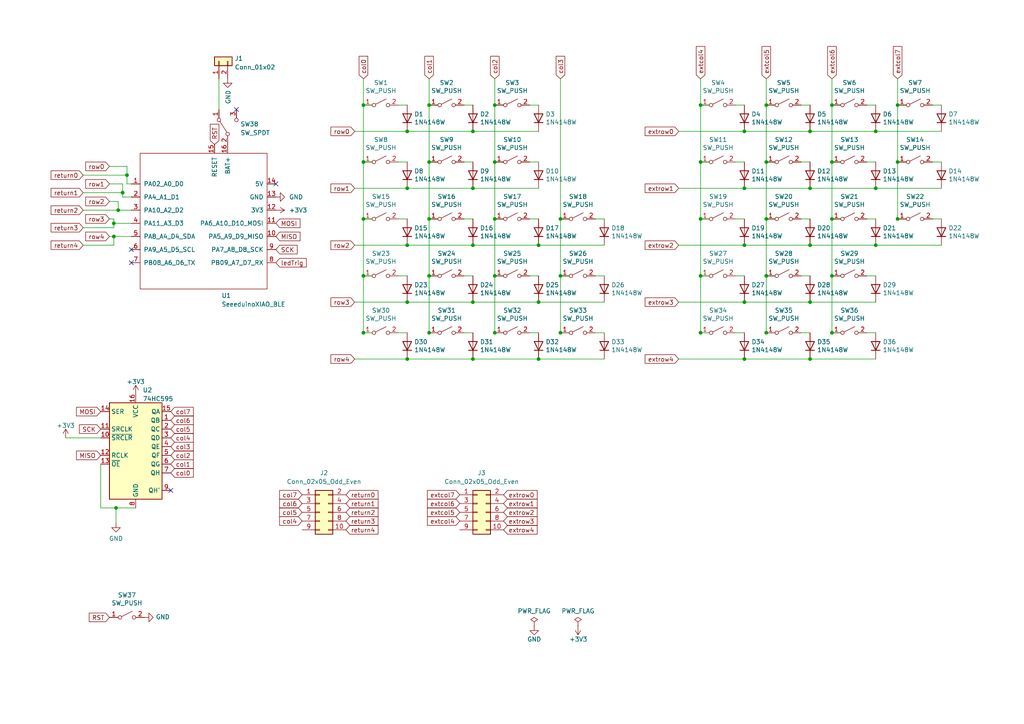
<source format=kicad_sch>
(kicad_sch (version 20231120) (generator "eeschema") (generator_version "8.0")
  (paper "A4")
  (lib_symbols
    (symbol "74xx:74HC595"
      (property "Reference" "U" (at -7.62 13.97 0))
      (property "Value" "74HC595" (at -7.62 -16.51 0))
      (symbol "74HC595_1_0"
        (pin tri_state line (at 10.16 7.62 180) (length 2.54) (name "QB") (number "1"))
        (pin input line (at -10.16 2.54 0) (length 2.54) (name "~{SRCLR}") (number "10"))
        (pin input line (at -10.16 5.08 0) (length 2.54) (name "SRCLK") (number "11"))
        (pin input line (at -10.16 -2.54 0) (length 2.54) (name "RCLK") (number "12"))
        (pin input line (at -10.16 -5.08 0) (length 2.54) (name "~{OE}") (number "13"))
        (pin input line (at -10.16 10.16 0) (length 2.54) (name "SER") (number "14"))
        (pin tri_state line (at 10.16 10.16 180) (length 2.54) (name "QA") (number "15"))
        (pin power_in line (at 0 15.24 270) (length 2.54) (name "VCC") (number "16"))
        (pin tri_state line (at 10.16 5.08 180) (length 2.54) (name "QC") (number "2"))
        (pin tri_state line (at 10.16 2.54 180) (length 2.54) (name "QD") (number "3"))
        (pin tri_state line (at 10.16 0 180) (length 2.54) (name "QE") (number "4"))
        (pin tri_state line (at 10.16 -2.54 180) (length 2.54) (name "QF") (number "5"))
        (pin tri_state line (at 10.16 -5.08 180) (length 2.54) (name "QG") (number "6"))
        (pin tri_state line (at 10.16 -7.62 180) (length 2.54) (name "QH") (number "7"))
        (pin power_in line (at 0 -17.78 90) (length 2.54) (name "GND") (number "8"))
        (pin output line (at 10.16 -12.7 180) (length 2.54) (name "QH'") (number "9"))
      )
    )
    (symbol "Connector_Generic:Conn_01x02" (pin_names (offset 1.016) hide)
      (property "Reference" "J" (at 0 2.54 0))
      (property "Value" "Conn_01x02" (at 0 -5.08 0))
      (symbol "Conn_01x02_1_1"
        (pin passive line (at -5.08 0 0) (length 3.81) (name "Pin_1") (number "1"))
        (pin passive line (at -5.08 -2.54 0) (length 3.81) (name "Pin_2") (number "2"))
      )
    )
    (symbol "Connector_Generic:Conn_02x05_Odd_Even" (pin_names (offset 1.016) hide)
      (property "Reference" "J" (at 1.27 7.62 0))
      (property "Value" "Conn_02x05_Odd_Even" (at 1.27 -7.62 0))
      (symbol "Conn_02x05_Odd_Even_1_1"
        (pin passive line (at -5.08 5.08 0) (length 3.81) (name "Pin_1") (number "1"))
        (pin passive line (at 7.62 -5.08 180) (length 3.81) (name "Pin_10") (number "10"))
        (pin passive line (at 7.62 5.08 180) (length 3.81) (name "Pin_2") (number "2"))
        (pin passive line (at -5.08 2.54 0) (length 3.81) (name "Pin_3") (number "3"))
        (pin passive line (at 7.62 2.54 180) (length 3.81) (name "Pin_4") (number "4"))
        (pin passive line (at -5.08 0 0) (length 3.81) (name "Pin_5") (number "5"))
        (pin passive line (at 7.62 0 180) (length 3.81) (name "Pin_6") (number "6"))
        (pin passive line (at -5.08 -2.54 0) (length 3.81) (name "Pin_7") (number "7"))
        (pin passive line (at 7.62 -2.54 180) (length 3.81) (name "Pin_8") (number "8"))
        (pin passive line (at -5.08 -5.08 0) (length 3.81) (name "Pin_9") (number "9"))
      )
    )
    (symbol "Diode:1N4148W" (pin_numbers hide) (pin_names hide)
      (property "Reference" "D" (at 0 2.54 0))
      (property "Value" "1N4148W" (at 0 -2.54 0))
      (symbol "1N4148W_1_1"
        (pin passive line (at -3.81 0 0) (length 2.54) (name "K") (number "1"))
        (pin passive line (at 3.81 0 180) (length 2.54) (name "A") (number "2"))
      )
    )
    (symbol "Seeeduino XIAO:SeeeduinoXIAO_BLE" (pin_names (offset 1.016))
      (property "Reference" "U1" (at -0.635 -23.8506 0))
      (property "Value" "SeeeduinoXIAO_BLE" (at -0.635 -26.162 0))
      (symbol "SeeeduinoXIAO_BLE_1_1"
        (pin bidirectional line (at -21.59 11.43 0) (length 2.54) (name "PA02_A0_D0") (number "1"))
        (pin bidirectional line (at 20.32 -3.81 180) (length 2.54) (name "PA5_A9_D9_MISO") (number "10"))
        (pin bidirectional line (at 20.32 0 180) (length 2.54) (name "PA6_A10_D10_MOSI") (number "11"))
        (pin power_out line (at 20.32 3.81 180) (length 2.54) (name "3V3") (number "12"))
        (pin power_out line (at 20.32 7.62 180) (length 2.54) (name "GND") (number "13"))
        (pin power_out line (at 20.32 11.43 180) (length 2.54) (name "5V") (number "14"))
        (pin input line (at 2.54 22.86 270) (length 2.54) (name "RESET") (number "15"))
        (pin power_in line (at 6.35 22.86 270) (length 2.54) (name "BAT+") (number "16"))
        (pin bidirectional line (at -21.59 7.62 0) (length 2.54) (name "PA4_A1_D1") (number "2"))
        (pin bidirectional line (at -21.59 3.81 0) (length 2.54) (name "PA10_A2_D2") (number "3"))
        (pin unspecified line (at -21.59 0 0) (length 2.54) (name "PA11_A3_D3") (number "4"))
        (pin bidirectional line (at -21.59 -3.81 0) (length 2.54) (name "PA8_A4_D4_SDA") (number "5"))
        (pin bidirectional line (at -21.59 -7.62 0) (length 2.54) (name "PA9_A5_D5_SCL") (number "6"))
        (pin bidirectional line (at -21.59 -11.43 0) (length 2.54) (name "PB08_A6_D6_TX") (number "7"))
        (pin bidirectional line (at 20.32 -11.43 180) (length 2.54) (name "PB09_A7_D7_RX") (number "8"))
        (pin bidirectional line (at 20.32 -7.62 180) (length 2.54) (name "PA7_A8_D8_SCK") (number "9"))
      )
    )
    (symbol "Switch:SW_SPDT" (pin_names (offset 0) hide)
      (property "Reference" "SW" (at 0 4.318 0))
      (property "Value" "SW_SPDT" (at 0 -5.08 0))
      (symbol "SW_SPDT_1_1"
        (pin passive line (at 5.08 2.54 180) (length 2.54) (name "A") (number "1"))
        (pin passive line (at -5.08 0 0) (length 2.54) (name "B") (number "2"))
        (pin passive line (at 5.08 -2.54 180) (length 2.54) (name "C") (number "3"))
      )
    )
    (symbol "Switch:SW_SPST" (pin_names (offset 0) hide)
      (property "Reference" "SW" (at 0 3.175 0))
      (property "Value" "SW_SPST" (at 0 -2.54 0))
      (symbol "SW_SPST_1_1"
        (pin passive line (at -5.08 0 0) (length 2.54) (name "A") (number "1"))
        (pin passive line (at 5.08 0 180) (length 2.54) (name "B") (number "2"))
      )
    )
    (symbol "power:+3V3" (power) (pin_names (offset 0))
      (property "Value" "+3V3" (at 0 3.556 0))
      (symbol "+3V3_1_1"
        (pin power_in line (at 0 0 90) (length 0) hide (name "+3V3") (number "1"))
      )
    )
    (symbol "power:GND" (power) (pin_names (offset 0))
      (property "Value" "GND" (at 0 -3.81 0))
      (symbol "GND_1_1"
        (pin power_in line (at 0 0 270) (length 0) hide (name "GND") (number "1"))
      )
    )
    (symbol "power:PWR_FLAG" (power) (pin_numbers hide) (pin_names (offset 0) hide)
      (property "Value" "PWR_FLAG" (at 0 3.81 0))
      (symbol "PWR_FLAG_0_0"
        (pin power_out line (at 0 0 90) (length 0) (name "pwr") (number "1"))
      )
    )
  )
  (junction (at 241.3 80.01))
  (junction (at 222.25 80.01))
  (junction (at 234.95 104.14))
  (junction (at 156.21 104.14))
  (junction (at 137.16 71.12))
  (junction (at 162.56 80.01))
  (junction (at 33.02 68.58))
  (junction (at 203.2 46.99))
  (junction (at 215.9 87.63))
  (junction (at 254 38.1))
  (junction (at 143.51 96.52))
  (junction (at 137.16 87.63))
  (junction (at 260.35 63.5))
  (junction (at 222.25 63.5))
  (junction (at 203.2 96.52))
  (junction (at 105.41 96.52))
  (junction (at 143.51 80.01))
  (junction (at 222.25 30.48))
  (junction (at 241.3 96.52))
  (junction (at 222.25 96.52))
  (junction (at 203.2 30.48))
  (junction (at 260.35 30.48))
  (junction (at 234.95 87.63))
  (junction (at 105.41 46.99))
  (junction (at 162.56 96.52))
  (junction (at 33.655 147.32))
  (junction (at 137.16 38.1))
  (junction (at 118.11 87.63))
  (junction (at 234.95 71.12))
  (junction (at 241.3 30.48))
  (junction (at 260.35 46.99))
  (junction (at 124.46 30.48))
  (junction (at 118.11 38.1))
  (junction (at 254 54.61))
  (junction (at 124.46 96.52))
  (junction (at 156.21 71.12))
  (junction (at 34.29 60.96))
  (junction (at 105.41 63.5))
  (junction (at 156.21 87.63))
  (junction (at 105.41 30.48))
  (junction (at 124.46 80.01))
  (junction (at 241.3 46.99))
  (junction (at 241.3 63.5))
  (junction (at 118.11 104.14))
  (junction (at 215.9 71.12))
  (junction (at 203.2 80.01))
  (junction (at 137.16 54.61))
  (junction (at 215.9 104.14))
  (junction (at 33.02 64.77))
  (junction (at 203.2 63.5))
  (junction (at 137.16 104.14))
  (junction (at 118.11 71.12))
  (junction (at 35.56 55.88))
  (junction (at 143.51 30.48))
  (junction (at 118.11 54.61))
  (junction (at 162.56 63.5))
  (junction (at 143.51 46.99))
  (junction (at 222.25 46.99))
  (junction (at 124.46 46.99))
  (junction (at 215.9 38.1))
  (junction (at 234.95 38.1))
  (junction (at 254 71.12))
  (junction (at 105.41 80.01))
  (junction (at 124.46 63.5))
  (junction (at 215.9 54.61))
  (junction (at 234.95 54.61))
  (junction (at 143.51 63.5))
  (junction (at 36.83 50.8))
  (no_connect (at 68.58 31.75))
  (no_connect (at 38.1 72.39))
  (no_connect (at 80.01 53.34))
  (no_connect (at 38.1 76.2))
  (no_connect (at 49.53 142.24))
  (wire (pts (xy 196.85 71.12) (xy 215.9 71.12)))
  (wire (pts (xy 105.41 80.01) (xy 105.41 96.52)))
  (wire (pts (xy 137.16 71.12) (xy 156.21 71.12)))
  (wire (pts (xy 31.75 68.58) (xy 33.02 68.58)))
  (wire (pts (xy 254 38.1) (xy 273.05 38.1)))
  (wire (pts (xy 251.46 30.48) (xy 254 30.48)))
  (wire (pts (xy 241.3 80.01) (xy 241.3 96.52)))
  (wire (pts (xy 234.95 38.1) (xy 254 38.1)))
  (wire (pts (xy 31.75 63.5) (xy 33.02 63.5)))
  (wire (pts (xy 196.85 87.63) (xy 215.9 87.63)))
  (wire (pts (xy 203.2 80.01) (xy 203.2 96.52)))
  (wire (pts (xy 232.41 96.52) (xy 234.95 96.52)))
  (wire (pts (xy 205.74 30.48) (xy 203.2 30.48)))
  (wire (pts (xy 203.2 46.99) (xy 203.2 63.5)))
  (wire (pts (xy 105.41 22.86) (xy 105.41 30.48)))
  (wire (pts (xy 162.56 80.01) (xy 162.56 96.52)))
  (wire (pts (xy 153.67 63.5) (xy 156.21 63.5)))
  (wire (pts (xy 172.72 63.5) (xy 175.26 63.5)))
  (wire (pts (xy 33.655 147.32) (xy 33.655 151.765)))
  (wire (pts (xy 107.95 80.01) (xy 105.41 80.01)))
  (wire (pts (xy 224.79 30.48) (xy 222.25 30.48)))
  (wire (pts (xy 63.5 22.86) (xy 63.5 31.75)))
  (wire (pts (xy 213.36 63.5) (xy 215.9 63.5)))
  (wire (pts (xy 251.46 63.5) (xy 254 63.5)))
  (wire (pts (xy 124.46 46.99) (xy 124.46 63.5)))
  (wire (pts (xy 118.11 54.61) (xy 137.16 54.61)))
  (wire (pts (xy 127 80.01) (xy 124.46 80.01)))
  (wire (pts (xy 24.13 50.8) (xy 36.83 50.8)))
  (wire (pts (xy 196.85 54.61) (xy 215.9 54.61)))
  (wire (pts (xy 29.21 127) (xy 19.05 127)))
  (wire (pts (xy 172.72 80.01) (xy 175.26 80.01)))
  (wire (pts (xy 213.36 96.52) (xy 215.9 96.52)))
  (wire (pts (xy 143.51 63.5) (xy 143.51 80.01)))
  (wire (pts (xy 115.57 30.48) (xy 118.11 30.48)))
  (wire (pts (xy 222.25 63.5) (xy 222.25 80.01)))
  (wire (pts (xy 24.13 55.88) (xy 35.56 55.88)))
  (wire (pts (xy 165.1 63.5) (xy 162.56 63.5)))
  (wire (pts (xy 124.46 22.86) (xy 124.46 30.48)))
  (wire (pts (xy 24.13 71.12) (xy 33.02 71.12)))
  (wire (pts (xy 146.05 30.48) (xy 143.51 30.48)))
  (wire (pts (xy 213.36 46.99) (xy 215.9 46.99)))
  (wire (pts (xy 162.56 22.86) (xy 162.56 63.5)))
  (wire (pts (xy 134.62 46.99) (xy 137.16 46.99)))
  (wire (pts (xy 33.02 68.58) (xy 38.1 68.58)))
  (wire (pts (xy 224.79 96.52) (xy 222.25 96.52)))
  (wire (pts (xy 153.67 30.48) (xy 156.21 30.48)))
  (wire (pts (xy 33.02 64.77) (xy 38.1 64.77)))
  (wire (pts (xy 33.02 63.5) (xy 33.02 64.77)))
  (wire (pts (xy 39.37 147.32) (xy 33.655 147.32)))
  (wire (pts (xy 153.67 46.99) (xy 156.21 46.99)))
  (wire (pts (xy 156.21 104.14) (xy 175.26 104.14)))
  (wire (pts (xy 215.9 38.1) (xy 234.95 38.1)))
  (wire (pts (xy 36.83 48.26) (xy 36.83 50.8)))
  (wire (pts (xy 203.2 30.48) (xy 203.2 46.99)))
  (wire (pts (xy 127 63.5) (xy 124.46 63.5)))
  (wire (pts (xy 127 30.48) (xy 124.46 30.48)))
  (wire (pts (xy 34.29 60.96) (xy 38.1 60.96)))
  (wire (pts (xy 222.25 30.48) (xy 222.25 46.99)))
  (wire (pts (xy 224.79 46.99) (xy 222.25 46.99)))
  (wire (pts (xy 124.46 30.48) (xy 124.46 46.99)))
  (wire (pts (xy 222.25 80.01) (xy 222.25 96.52)))
  (wire (pts (xy 107.95 30.48) (xy 105.41 30.48)))
  (wire (pts (xy 162.56 63.5) (xy 162.56 80.01)))
  (wire (pts (xy 215.9 104.14) (xy 234.95 104.14)))
  (wire (pts (xy 146.05 63.5) (xy 143.51 63.5)))
  (wire (pts (xy 153.67 96.52) (xy 156.21 96.52)))
  (wire (pts (xy 205.74 46.99) (xy 203.2 46.99)))
  (wire (pts (xy 232.41 46.99) (xy 234.95 46.99)))
  (wire (pts (xy 222.25 22.86) (xy 222.25 30.48)))
  (wire (pts (xy 205.74 96.52) (xy 203.2 96.52)))
  (wire (pts (xy 254 71.12) (xy 273.05 71.12)))
  (wire (pts (xy 165.1 80.01) (xy 162.56 80.01)))
  (wire (pts (xy 107.95 46.99) (xy 105.41 46.99)))
  (wire (pts (xy 143.51 80.01) (xy 143.51 96.52)))
  (wire (pts (xy 35.56 57.15) (xy 38.1 57.15)))
  (wire (pts (xy 105.41 46.99) (xy 105.41 63.5)))
  (wire (pts (xy 36.83 53.34) (xy 38.1 53.34)))
  (wire (pts (xy 203.2 22.86) (xy 203.2 30.48)))
  (wire (pts (xy 127 96.52) (xy 124.46 96.52)))
  (wire (pts (xy 115.57 46.99) (xy 118.11 46.99)))
  (wire (pts (xy 31.75 53.34) (xy 35.56 53.34)))
  (wire (pts (xy 102.87 104.14) (xy 118.11 104.14)))
  (wire (pts (xy 196.85 38.1) (xy 215.9 38.1)))
  (wire (pts (xy 143.51 30.48) (xy 143.51 46.99)))
  (wire (pts (xy 203.2 63.5) (xy 203.2 80.01)))
  (wire (pts (xy 134.62 96.52) (xy 137.16 96.52)))
  (wire (pts (xy 102.87 87.63) (xy 118.11 87.63)))
  (wire (pts (xy 146.05 96.52) (xy 143.51 96.52)))
  (wire (pts (xy 205.74 80.01) (xy 203.2 80.01)))
  (wire (pts (xy 175.26 96.52) (xy 172.72 96.52)))
  (wire (pts (xy 134.62 30.48) (xy 137.16 30.48)))
  (wire (pts (xy 243.84 46.99) (xy 241.3 46.99)))
  (wire (pts (xy 105.41 30.48) (xy 105.41 46.99)))
  (wire (pts (xy 262.89 46.99) (xy 260.35 46.99)))
  (wire (pts (xy 118.11 104.14) (xy 137.16 104.14)))
  (wire (pts (xy 232.41 63.5) (xy 234.95 63.5)))
  (wire (pts (xy 118.11 38.1) (xy 137.16 38.1)))
  (wire (pts (xy 156.21 71.12) (xy 175.26 71.12)))
  (wire (pts (xy 260.35 22.86) (xy 260.35 30.48)))
  (wire (pts (xy 134.62 80.01) (xy 137.16 80.01)))
  (wire (pts (xy 251.46 80.01) (xy 254 80.01)))
  (wire (pts (xy 146.05 46.99) (xy 143.51 46.99)))
  (wire (pts (xy 243.84 63.5) (xy 241.3 63.5)))
  (wire (pts (xy 224.79 63.5) (xy 222.25 63.5)))
  (wire (pts (xy 260.35 30.48) (xy 260.35 46.99)))
  (wire (pts (xy 24.13 66.04) (xy 33.02 66.04)))
  (wire (pts (xy 31.75 58.42) (xy 34.29 58.42)))
  (wire (pts (xy 29.21 147.32) (xy 33.655 147.32)))
  (wire (pts (xy 29.21 134.62) (xy 29.21 147.32)))
  (wire (pts (xy 102.87 71.12) (xy 118.11 71.12)))
  (wire (pts (xy 243.84 80.01) (xy 241.3 80.01)))
  (wire (pts (xy 270.51 46.99) (xy 273.05 46.99)))
  (wire (pts (xy 102.87 54.61) (xy 118.11 54.61)))
  (wire (pts (xy 196.85 104.14) (xy 215.9 104.14)))
  (wire (pts (xy 134.62 63.5) (xy 137.16 63.5)))
  (wire (pts (xy 33.02 71.12) (xy 33.02 68.58)))
  (wire (pts (xy 107.95 96.52) (xy 105.41 96.52)))
  (wire (pts (xy 215.9 54.61) (xy 234.95 54.61)))
  (wire (pts (xy 243.84 96.52) (xy 241.3 96.52)))
  (wire (pts (xy 35.56 53.34) (xy 35.56 55.88)))
  (wire (pts (xy 232.41 30.48) (xy 234.95 30.48)))
  (wire (pts (xy 124.46 63.5) (xy 124.46 80.01)))
  (wire (pts (xy 241.3 30.48) (xy 241.3 46.99)))
  (wire (pts (xy 254 96.52) (xy 251.46 96.52)))
  (wire (pts (xy 118.11 87.63) (xy 137.16 87.63)))
  (wire (pts (xy 146.05 80.01) (xy 143.51 80.01)))
  (wire (pts (xy 234.95 54.61) (xy 254 54.61)))
  (wire (pts (xy 127 46.99) (xy 124.46 46.99)))
  (wire (pts (xy 143.51 22.86) (xy 143.51 30.48)))
  (wire (pts (xy 270.51 30.48) (xy 273.05 30.48)))
  (wire (pts (xy 36.83 50.8) (xy 36.83 53.34)))
  (wire (pts (xy 33.02 66.04) (xy 33.02 64.77)))
  (wire (pts (xy 234.95 71.12) (xy 254 71.12)))
  (wire (pts (xy 102.87 38.1) (xy 118.11 38.1)))
  (wire (pts (xy 241.3 22.86) (xy 241.3 30.48)))
  (wire (pts (xy 215.9 71.12) (xy 234.95 71.12)))
  (wire (pts (xy 215.9 87.63) (xy 234.95 87.63)))
  (wire (pts (xy 35.56 55.88) (xy 35.56 57.15)))
  (wire (pts (xy 251.46 46.99) (xy 254 46.99)))
  (wire (pts (xy 234.95 87.63) (xy 254 87.63)))
  (wire (pts (xy 137.16 87.63) (xy 156.21 87.63)))
  (wire (pts (xy 241.3 63.5) (xy 241.3 80.01)))
  (wire (pts (xy 105.41 63.5) (xy 105.41 80.01)))
  (wire (pts (xy 156.21 87.63) (xy 175.26 87.63)))
  (wire (pts (xy 24.13 60.96) (xy 34.29 60.96)))
  (wire (pts (xy 205.74 63.5) (xy 203.2 63.5)))
  (wire (pts (xy 213.36 80.01) (xy 215.9 80.01)))
  (wire (pts (xy 153.67 80.01) (xy 156.21 80.01)))
  (wire (pts (xy 118.11 71.12) (xy 137.16 71.12)))
  (wire (pts (xy 137.16 38.1) (xy 156.21 38.1)))
  (wire (pts (xy 224.79 80.01) (xy 222.25 80.01)))
  (wire (pts (xy 107.95 63.5) (xy 105.41 63.5)))
  (wire (pts (xy 232.41 80.01) (xy 234.95 80.01)))
  (wire (pts (xy 262.89 30.48) (xy 260.35 30.48)))
  (wire (pts (xy 260.35 46.99) (xy 260.35 63.5)))
  (wire (pts (xy 213.36 30.48) (xy 215.9 30.48)))
  (wire (pts (xy 118.11 96.52) (xy 115.57 96.52)))
  (wire (pts (xy 234.95 104.14) (xy 254 104.14)))
  (wire (pts (xy 143.51 46.99) (xy 143.51 63.5)))
  (wire (pts (xy 243.84 30.48) (xy 241.3 30.48)))
  (wire (pts (xy 270.51 63.5) (xy 273.05 63.5)))
  (wire (pts (xy 34.29 58.42) (xy 34.29 60.96)))
  (wire (pts (xy 241.3 46.99) (xy 241.3 63.5)))
  (wire (pts (xy 31.75 48.26) (xy 36.83 48.26)))
  (wire (pts (xy 262.89 63.5) (xy 260.35 63.5)))
  (wire (pts (xy 254 54.61) (xy 273.05 54.61)))
  (wire (pts (xy 137.16 54.61) (xy 156.21 54.61)))
  (wire (pts (xy 115.57 80.01) (xy 118.11 80.01)))
  (wire (pts (xy 124.46 80.01) (xy 124.46 96.52)))
  (wire (pts (xy 118.11 63.5) (xy 115.57 63.5)))
  (wire (pts (xy 165.1 96.52) (xy 162.56 96.52)))
  (wire (pts (xy 137.16 104.14) (xy 156.21 104.14)))
  (wire (pts (xy 222.25 46.99) (xy 222.25 63.5)))
  (global_label "row4" (shape input) (at 102.87 104.14 180) (property "Intersheetrefs" "${INTERSHEET_REFS}" (effects (hide yes))))
  (global_label "MOSI" (shape input) (at 29.21 119.38 180) (property "Intersheetrefs" "${INTERSHEET_REFS}" (effects (hide yes))))
  (global_label "col2" (shape input) (at 143.51 22.86 90) (property "Intersheetrefs" "${INTERSHEET_REFS}" (effects (hide yes))))
  (global_label "col6" (shape input) (at 87.63 146.05 180) (property "Intersheetrefs" "${INTERSHEET_REFS}" (effects (hide yes))))
  (global_label "ledTrig" (shape input) (at 80.01 76.2 0) (property "Intersheetrefs" "${INTERSHEET_REFS}" (effects (hide yes))))
  (global_label "row2" (shape input) (at 102.87 71.12 180) (property "Intersheetrefs" "${INTERSHEET_REFS}" (effects (hide yes))))
  (global_label "return0" (shape input) (at 100.33 143.51 0) (property "Intersheetrefs" "${INTERSHEET_REFS}" (effects (hide yes))))
  (global_label "extrow0" (shape input) (at 146.05 143.51 0) (property "Intersheetrefs" "${INTERSHEET_REFS}" (effects (hide yes))))
  (global_label "extcol5" (shape input) (at 133.35 148.59 180) (property "Intersheetrefs" "${INTERSHEET_REFS}" (effects (hide yes))))
  (global_label "extrow1" (shape input) (at 146.05 146.05 0) (property "Intersheetrefs" "${INTERSHEET_REFS}" (effects (hide yes))))
  (global_label "extcol5" (shape input) (at 222.25 22.86 90) (property "Intersheetrefs" "${INTERSHEET_REFS}" (effects (hide yes))))
  (global_label "extrow4" (shape input) (at 146.05 153.67 0) (property "Intersheetrefs" "${INTERSHEET_REFS}" (effects (hide yes))))
  (global_label "return4" (shape input) (at 24.13 71.12 180) (property "Intersheetrefs" "${INTERSHEET_REFS}" (effects (hide yes))))
  (global_label "extcol7" (shape input) (at 133.35 143.51 180) (property "Intersheetrefs" "${INTERSHEET_REFS}" (effects (hide yes))))
  (global_label "col3" (shape input) (at 162.56 22.86 90) (property "Intersheetrefs" "${INTERSHEET_REFS}" (effects (hide yes))))
  (global_label "row4" (shape input) (at 31.75 68.58 180) (property "Intersheetrefs" "${INTERSHEET_REFS}" (effects (hide yes))))
  (global_label "SCK" (shape input) (at 29.21 124.46 180) (property "Intersheetrefs" "${INTERSHEET_REFS}" (effects (hide yes))))
  (global_label "extrow2" (shape input) (at 196.85 71.12 180) (property "Intersheetrefs" "${INTERSHEET_REFS}" (effects (hide yes))))
  (global_label "SCK" (shape input) (at 80.01 72.39 0) (property "Intersheetrefs" "${INTERSHEET_REFS}" (effects (hide yes))))
  (global_label "col1" (shape input) (at 49.53 134.62 0) (property "Intersheetrefs" "${INTERSHEET_REFS}" (effects (hide yes))))
  (global_label "col7" (shape input) (at 87.63 143.51 180) (property "Intersheetrefs" "${INTERSHEET_REFS}" (effects (hide yes))))
  (global_label "col3" (shape input) (at 49.53 129.54 0) (property "Intersheetrefs" "${INTERSHEET_REFS}" (effects (hide yes))))
  (global_label "row1" (shape input) (at 102.87 54.61 180) (property "Intersheetrefs" "${INTERSHEET_REFS}" (effects (hide yes))))
  (global_label "col7" (shape input) (at 49.53 119.38 0) (property "Intersheetrefs" "${INTERSHEET_REFS}" (effects (hide yes))))
  (global_label "return2" (shape input) (at 24.13 60.96 180) (property "Intersheetrefs" "${INTERSHEET_REFS}" (effects (hide yes))))
  (global_label "col5" (shape input) (at 49.53 124.46 0) (property "Intersheetrefs" "${INTERSHEET_REFS}" (effects (hide yes))))
  (global_label "row2" (shape input) (at 31.75 58.42 180) (property "Intersheetrefs" "${INTERSHEET_REFS}" (effects (hide yes))))
  (global_label "extcol6" (shape input) (at 133.35 146.05 180) (property "Intersheetrefs" "${INTERSHEET_REFS}" (effects (hide yes))))
  (global_label "return1" (shape input) (at 100.33 146.05 0) (property "Intersheetrefs" "${INTERSHEET_REFS}" (effects (hide yes))))
  (global_label "extcol6" (shape input) (at 241.3 22.86 90) (property "Intersheetrefs" "${INTERSHEET_REFS}" (effects (hide yes))))
  (global_label "col6" (shape input) (at 49.53 121.92 0) (property "Intersheetrefs" "${INTERSHEET_REFS}" (effects (hide yes))))
  (global_label "extcol4" (shape input) (at 203.2 22.86 90) (property "Intersheetrefs" "${INTERSHEET_REFS}" (effects (hide yes))))
  (global_label "row3" (shape input) (at 102.87 87.63 180) (property "Intersheetrefs" "${INTERSHEET_REFS}" (effects (hide yes))))
  (global_label "col4" (shape input) (at 87.63 151.13 180) (property "Intersheetrefs" "${INTERSHEET_REFS}" (effects (hide yes))))
  (global_label "col2" (shape input) (at 49.53 132.08 0) (property "Intersheetrefs" "${INTERSHEET_REFS}" (effects (hide yes))))
  (global_label "MISO" (shape input) (at 29.21 132.08 180) (property "Intersheetrefs" "${INTERSHEET_REFS}" (effects (hide yes))))
  (global_label "extrow1" (shape input) (at 196.85 54.61 180) (property "Intersheetrefs" "${INTERSHEET_REFS}" (effects (hide yes))))
  (global_label "RST" (shape input) (at 62.23 41.91 90) (property "Intersheetrefs" "${INTERSHEET_REFS}" (effects (hide yes))))
  (global_label "return3" (shape input) (at 100.33 151.13 0) (property "Intersheetrefs" "${INTERSHEET_REFS}" (effects (hide yes))))
  (global_label "col4" (shape input) (at 49.53 127 0) (property "Intersheetrefs" "${INTERSHEET_REFS}" (effects (hide yes))))
  (global_label "extrow2" (shape input) (at 146.05 148.59 0) (property "Intersheetrefs" "${INTERSHEET_REFS}" (effects (hide yes))))
  (global_label "extrow3" (shape input) (at 146.05 151.13 0) (property "Intersheetrefs" "${INTERSHEET_REFS}" (effects (hide yes))))
  (global_label "col1" (shape input) (at 124.46 22.86 90) (property "Intersheetrefs" "${INTERSHEET_REFS}" (effects (hide yes))))
  (global_label "return0" (shape input) (at 24.13 50.8 180) (property "Intersheetrefs" "${INTERSHEET_REFS}" (effects (hide yes))))
  (global_label "MISO" (shape input) (at 80.01 68.58 0) (property "Intersheetrefs" "${INTERSHEET_REFS}" (effects (hide yes))))
  (global_label "return3" (shape input) (at 24.13 66.04 180) (property "Intersheetrefs" "${INTERSHEET_REFS}" (effects (hide yes))))
  (global_label "row0" (shape input) (at 31.75 48.26 180) (property "Intersheetrefs" "${INTERSHEET_REFS}" (effects (hide yes))))
  (global_label "row0" (shape input) (at 102.87 38.1 180) (property "Intersheetrefs" "${INTERSHEET_REFS}" (effects (hide yes))))
  (global_label "row1" (shape input) (at 31.75 53.34 180) (property "Intersheetrefs" "${INTERSHEET_REFS}" (effects (hide yes))))
  (global_label "return4" (shape input) (at 100.33 153.67 0) (property "Intersheetrefs" "${INTERSHEET_REFS}" (effects (hide yes))))
  (global_label "extrow0" (shape input) (at 196.85 38.1 180) (property "Intersheetrefs" "${INTERSHEET_REFS}" (effects (hide yes))))
  (global_label "RST" (shape input) (at 31.75 179.07 180) (property "Intersheetrefs" "${INTERSHEET_REFS}" (effects (hide yes))))
  (global_label "row3" (shape input) (at 31.75 63.5 180) (property "Intersheetrefs" "${INTERSHEET_REFS}" (effects (hide yes))))
  (global_label "col0" (shape input) (at 105.41 22.86 90) (property "Intersheetrefs" "${INTERSHEET_REFS}" (effects (hide yes))))
  (global_label "extcol7" (shape input) (at 260.35 22.86 90) (property "Intersheetrefs" "${INTERSHEET_REFS}" (effects (hide yes))))
  (global_label "extrow4" (shape input) (at 196.85 104.14 180) (property "Intersheetrefs" "${INTERSHEET_REFS}" (effects (hide yes))))
  (global_label "extcol4" (shape input) (at 133.35 151.13 180) (property "Intersheetrefs" "${INTERSHEET_REFS}" (effects (hide yes))))
  (global_label "return2" (shape input) (at 100.33 148.59 0) (property "Intersheetrefs" "${INTERSHEET_REFS}" (effects (hide yes))))
  (global_label "MOSI" (shape input) (at 80.01 64.77 0) (property "Intersheetrefs" "${INTERSHEET_REFS}" (effects (hide yes))))
  (global_label "col0" (shape input) (at 49.53 137.16 0) (property "Intersheetrefs" "${INTERSHEET_REFS}" (effects (hide yes))))
  (global_label "return1" (shape input) (at 24.13 55.88 180) (property "Intersheetrefs" "${INTERSHEET_REFS}" (effects (hide yes))))
  (global_label "col5" (shape input) (at 87.63 148.59 180) (property "Intersheetrefs" "${INTERSHEET_REFS}" (effects (hide yes))))
  (global_label "extrow3" (shape input) (at 196.85 87.63 180) (property "Intersheetrefs" "${INTERSHEET_REFS}" (effects (hide yes))))
  (symbol (lib_id "power:GND") (at 33.655 151.765 0) (unit 1)
    (property "Reference" "#PWR07" (effects (hide yes)))
    (property "Value" "GND" (at 33.655 156.2084 0))
  )
  (symbol (lib_id "power:GND") (at 154.94 181.61 0) (unit 1)
    (property "Reference" "#PWR09" (effects (hide yes)))
    (property "Value" "GND" (at 154.94 185.42 0))
  )
  (symbol (lib_id "Switch:SW_SPST") (at 129.54 46.99 0) (unit 1)
    (property "Reference" "SW9" (at 129.54 40.513 0))
    (property "Value" "SW_PUSH" (at 129.54 42.8244 0))
    (property "Footprint" "Switch_Keyboard_Hotswap_Kailh:SW_Hotswap_Kailh_Choc_V1V2_1.00u" (effects (hide yes)))
  )
  (symbol (lib_id "power:+3V3") (at 167.64 181.61 180) (unit 1)
    (property "Reference" "#PWR010" (effects (hide yes)))
    (property "Value" "+3V3" (at 165.1 185.42 0) (effects (justify right)))
  )
  (symbol (lib_id "Diode:1N4148W") (at 254 100.33 90) (unit 1)
    (property "Reference" "D36" (at 256.032 99.1616 90) (effects (justify right)))
    (property "Value" "1N4148W" (at 256.032 101.473 90) (effects (justify right)))
    (property "Footprint" "Diode_SMD:D_SOD-123" (effects (hide yes)))
    (property "Datasheet" "https://www.vishay.com/docs/85748/1n4148w.pdf" (effects (hide yes)))
  )
  (symbol (lib_id "Diode:1N4148W") (at 118.11 100.33 90) (unit 1)
    (property "Reference" "D30" (at 120.142 99.1616 90) (effects (justify right)))
    (property "Value" "1N4148W" (at 120.142 101.473 90) (effects (justify right)))
    (property "Footprint" "Diode_SMD:D_SOD-123" (effects (hide yes)))
    (property "Datasheet" "https://www.vishay.com/docs/85748/1n4148w.pdf" (effects (hide yes)))
  )
  (symbol (lib_id "Diode:1N4148W") (at 273.05 50.8 90) (unit 1)
    (property "Reference" "D14" (at 275.082 49.6316 90) (effects (justify right)))
    (property "Value" "1N4148W" (at 275.082 51.943 90) (effects (justify right)))
    (property "Footprint" "Diode_SMD:D_SOD-123" (effects (hide yes)))
    (property "Datasheet" "https://www.vishay.com/docs/85748/1n4148w.pdf" (effects (hide yes)))
  )
  (symbol (lib_id "Switch:SW_SPST") (at 110.49 46.99 0) (unit 1)
    (property "Reference" "SW8" (at 110.49 40.513 0))
    (property "Value" "SW_PUSH" (at 110.49 42.8244 0))
    (property "Footprint" "Switch_Keyboard_Hotswap_Kailh:SW_Hotswap_Kailh_Choc_V1V2_1.00u" (effects (hide yes)))
  )
  (symbol (lib_id "Switch:SW_SPST") (at 246.38 30.48 0) (unit 1)
    (property "Reference" "SW6" (at 246.38 24.003 0))
    (property "Value" "SW_PUSH" (at 246.38 26.3144 0))
    (property "Footprint" "Switch_Keyboard_Hotswap_Kailh:SW_Hotswap_Kailh_Choc_V1V2_1.00u" (effects (hide yes)))
  )
  (symbol (lib_id "Switch:SW_SPST") (at 129.54 63.5 0) (unit 1)
    (property "Reference" "SW16" (at 129.54 57.023 0))
    (property "Value" "SW_PUSH" (at 129.54 59.3344 0))
    (property "Footprint" "Switch_Keyboard_Hotswap_Kailh:SW_Hotswap_Kailh_Choc_V1V2_1.00u" (effects (hide yes)))
  )
  (symbol (lib_id "Switch:SW_SPST") (at 265.43 63.5 0) (unit 1)
    (property "Reference" "SW22" (at 265.43 57.023 0))
    (property "Value" "SW_PUSH" (at 265.43 59.3344 0))
    (property "Footprint" "Switch_Keyboard_Hotswap_Kailh:SW_Hotswap_Kailh_Choc_V1V2_1.00u" (effects (hide yes)))
  )
  (symbol (lib_id "Switch:SW_SPST") (at 208.28 30.48 0) (unit 1)
    (property "Reference" "SW4" (at 208.28 24.003 0))
    (property "Value" "SW_PUSH" (at 208.28 26.3144 0))
    (property "Footprint" "Switch_Keyboard_Hotswap_Kailh:SW_Hotswap_Kailh_Choc_V1V2_1.00u" (effects (hide yes)))
  )
  (symbol (lib_id "Switch:SW_SPST") (at 148.59 63.5 0) (unit 1)
    (property "Reference" "SW17" (at 148.59 57.023 0))
    (property "Value" "SW_PUSH" (at 148.59 59.3344 0))
    (property "Footprint" "Switch_Keyboard_Hotswap_Kailh:SW_Hotswap_Kailh_Choc_V1V2_1.00u" (effects (hide yes)))
  )
  (symbol (lib_id "Switch:SW_SPST") (at 246.38 63.5 0) (unit 1)
    (property "Reference" "SW21" (at 246.38 57.023 0))
    (property "Value" "SW_PUSH" (at 246.38 59.3344 0))
    (property "Footprint" "Switch_Keyboard_Hotswap_Kailh:SW_Hotswap_Kailh_Choc_V1V2_1.00u" (effects (hide yes)))
  )
  (symbol (lib_id "Diode:1N4148W") (at 234.95 83.82 90) (unit 1)
    (property "Reference" "D28" (at 236.982 82.6516 90) (effects (justify right)))
    (property "Value" "1N4148W" (at 236.982 84.963 90) (effects (justify right)))
    (property "Footprint" "Diode_SMD:D_SOD-123" (effects (hide yes)))
    (property "Datasheet" "https://www.vishay.com/docs/85748/1n4148w.pdf" (effects (hide yes)))
  )
  (symbol (lib_id "Diode:1N4148W") (at 273.05 67.31 90) (unit 1)
    (property "Reference" "D22" (at 275.082 66.1416 90) (effects (justify right)))
    (property "Value" "1N4148W" (at 275.082 68.453 90) (effects (justify right)))
    (property "Footprint" "Diode_SMD:D_SOD-123" (effects (hide yes)))
    (property "Datasheet" "https://www.vishay.com/docs/85748/1n4148w.pdf" (effects (hide yes)))
  )
  (symbol (lib_id "Switch:SW_SPST") (at 129.54 80.01 0) (unit 1)
    (property "Reference" "SW24" (at 129.54 73.533 0))
    (property "Value" "SW_PUSH" (at 129.54 75.8444 0))
    (property "Footprint" "Switch_Keyboard_Hotswap_Kailh:SW_Hotswap_Kailh_Choc_V1V2_1.00u" (effects (hide yes)))
  )
  (symbol (lib_id "Connector_Generic:Conn_02x05_Odd_Even") (at 138.43 148.59 0) (unit 1)
    (property "Reference" "J3" (at 139.7 137.16 0))
    (property "Value" "Conn_02x05_Odd_Even" (at 139.7 139.7 0))
    (property "Footprint" "Connector_PinHeader_1.27mm:PinHeader_2x05_P1.27mm_Vertical_SMD" (effects (hide yes)))
    (property "Description" "Generic connector, double row, 02x05, odd/even pin numbering scheme (row 1 odd numbers, row 2 even numbers), script generated (kicad-library-utils/schlib/autogen/connector/)" (effects (hide yes)))
  )
  (symbol (lib_id "Switch:SW_SPST") (at 148.59 80.01 0) (unit 1)
    (property "Reference" "SW25" (at 148.59 73.533 0))
    (property "Value" "SW_PUSH" (at 148.59 75.8444 0))
    (property "Footprint" "Switch_Keyboard_Hotswap_Kailh:SW_Hotswap_Kailh_Choc_V1V2_1.00u" (effects (hide yes)))
  )
  (symbol (lib_id "Diode:1N4148W") (at 137.16 34.29 90) (unit 1)
    (property "Reference" "D2" (at 139.192 33.1216 90) (effects (justify right)))
    (property "Value" "1N4148W" (at 139.192 35.433 90) (effects (justify right)))
    (property "Footprint" "Diode_SMD:D_SOD-123" (effects (hide yes)))
    (property "Datasheet" "https://www.vishay.com/docs/85748/1n4148w.pdf" (effects (hide yes)))
  )
  (symbol (lib_id "Switch:SW_SPST") (at 148.59 46.99 0) (unit 1)
    (property "Reference" "SW10" (at 148.59 40.513 0))
    (property "Value" "SW_PUSH" (at 148.59 42.8244 0))
    (property "Footprint" "Switch_Keyboard_Hotswap_Kailh:SW_Hotswap_Kailh_Choc_V1V2_1.00u" (effects (hide yes)))
  )
  (symbol (lib_id "Switch:SW_SPST") (at 167.64 80.01 0) (unit 1)
    (property "Reference" "SW26" (at 167.64 73.533 0))
    (property "Value" "SW_PUSH" (at 167.64 75.8444 0))
    (property "Footprint" "Switch_Keyboard_Hotswap_Kailh:SW_Hotswap_Kailh_Choc_V1V2_1.00u" (effects (hide yes)))
  )
  (symbol (lib_id "Diode:1N4148W") (at 118.11 67.31 90) (unit 1)
    (property "Reference" "D15" (at 120.142 66.1416 90) (effects (justify right)))
    (property "Value" "1N4148W" (at 120.142 68.453 90) (effects (justify right)))
    (property "Footprint" "Diode_SMD:D_SOD-123" (effects (hide yes)))
    (property "Datasheet" "https://www.vishay.com/docs/85748/1n4148w.pdf" (effects (hide yes)))
  )
  (symbol (lib_id "power:GND") (at 66.04 22.86 0) (unit 1)
    (property "Reference" "#PWR02" (effects (hide yes)))
    (property "Value" "GND" (at 66.167 26.1112 90) (effects (justify right)))
  )
  (symbol (lib_id "power:+3V3") (at 19.05 127 0) (unit 1)
    (property "Reference" "#PWR06" (effects (hide yes)))
    (property "Value" "+3V3" (at 19.05 123.4242 0))
  )
  (symbol (lib_id "power:+3V3") (at 80.01 60.96 270) (unit 1)
    (property "Reference" "#PWR04" (effects (hide yes)))
    (property "Value" "+3V3" (at 83.82 60.96 90) (effects (justify left)))
  )
  (symbol (lib_id "power:GND") (at 80.01 57.15 90) (unit 1)
    (property "Reference" "#PWR03" (effects (hide yes)))
    (property "Value" "GND" (at 83.82 57.15 90) (effects (justify right)))
  )
  (symbol (lib_id "Diode:1N4148W") (at 175.26 83.82 90) (unit 1)
    (property "Reference" "D26" (at 177.292 82.6516 90) (effects (justify right)))
    (property "Value" "1N4148W" (at 177.292 84.963 90) (effects (justify right)))
    (property "Footprint" "Diode_SMD:D_SOD-123" (effects (hide yes)))
    (property "Datasheet" "https://www.vishay.com/docs/85748/1n4148w.pdf" (effects (hide yes)))
  )
  (symbol (lib_id "Diode:1N4148W") (at 156.21 67.31 90) (unit 1)
    (property "Reference" "D17" (at 158.242 66.1416 90) (effects (justify right)))
    (property "Value" "1N4148W" (at 158.242 68.453 90) (effects (justify right)))
    (property "Footprint" "Diode_SMD:D_SOD-123" (effects (hide yes)))
    (property "Datasheet" "https://www.vishay.com/docs/85748/1n4148w.pdf" (effects (hide yes)))
  )
  (symbol (lib_id "Diode:1N4148W") (at 156.21 34.29 90) (unit 1)
    (property "Reference" "D3" (at 158.242 33.1216 90) (effects (justify right)))
    (property "Value" "1N4148W" (at 158.242 35.433 90) (effects (justify right)))
    (property "Footprint" "Diode_SMD:D_SOD-123" (effects (hide yes)))
    (property "Datasheet" "https://www.vishay.com/docs/85748/1n4148w.pdf" (effects (hide yes)))
  )
  (symbol (lib_id "Switch:SW_SPST") (at 246.38 96.52 0) (unit 1)
    (property "Reference" "SW36" (at 246.38 90.043 0))
    (property "Value" "SW_PUSH" (at 246.38 92.3544 0))
    (property "Footprint" "Switch_Keyboard_Hotswap_Kailh:SW_Hotswap_Kailh_Choc_V1V2_1.00u" (effects (hide yes)))
  )
  (symbol (lib_id "Switch:SW_SPST") (at 110.49 80.01 0) (unit 1)
    (property "Reference" "SW23" (at 110.49 73.533 0))
    (property "Value" "SW_PUSH" (at 110.49 75.8444 0))
    (property "Footprint" "Switch_Keyboard_Hotswap_Kailh:SW_Hotswap_Kailh_Choc_V1V2_1.00u" (effects (hide yes)))
  )
  (symbol (lib_id "Switch:SW_SPDT") (at 66.04 36.83 90) (unit 1)
    (property "Reference" "SW38" (at 69.723 35.9953 90) (effects (justify right)))
    (property "Value" "SW_SPDT" (at 69.723 38.5322 90) (effects (justify right)))
    (property "Footprint" "footprints:CUS-12TB" (effects (hide yes)))
  )
  (symbol (lib_id "74xx:74HC595") (at 39.37 129.54 0) (unit 1)
    (property "Reference" "U2" (at 41.3894 113.1402 0) (effects (justify left)))
    (property "Value" "74HC595" (at 41.3894 115.6771 0) (effects (justify left)))
    (property "Footprint" "Package_SO:TSSOP-16_4.4x5mm_P0.65mm" (effects (hide yes)))
    (property "Datasheet" "http://www.ti.com/lit/ds/symlink/sn74hc595.pdf" (effects (hide yes)))
    (property "LCSC Part Number" "C10092" (effects (hide yes)))
  )
  (symbol (lib_id "Diode:1N4148W") (at 215.9 83.82 90) (unit 1)
    (property "Reference" "D27" (at 217.932 82.6516 90) (effects (justify right)))
    (property "Value" "1N4148W" (at 217.932 84.963 90) (effects (justify right)))
    (property "Footprint" "Diode_SMD:D_SOD-123" (effects (hide yes)))
    (property "Datasheet" "https://www.vishay.com/docs/85748/1n4148w.pdf" (effects (hide yes)))
  )
  (symbol (lib_id "Diode:1N4148W") (at 215.9 50.8 90) (unit 1)
    (property "Reference" "D11" (at 217.932 49.6316 90) (effects (justify right)))
    (property "Value" "1N4148W" (at 217.932 51.943 90) (effects (justify right)))
    (property "Footprint" "Diode_SMD:D_SOD-123" (effects (hide yes)))
    (property "Datasheet" "https://www.vishay.com/docs/85748/1n4148w.pdf" (effects (hide yes)))
  )
  (symbol (lib_id "Switch:SW_SPST") (at 110.49 30.48 0) (unit 1)
    (property "Reference" "SW1" (at 110.49 24.003 0))
    (property "Value" "SW_PUSH" (at 110.49 26.3144 0))
    (property "Footprint" "Switch_Keyboard_Hotswap_Kailh:SW_Hotswap_Kailh_Choc_V1V2_1.00u" (effects (hide yes)))
  )
  (symbol (lib_id "Switch:SW_SPST") (at 148.59 30.48 0) (unit 1)
    (property "Reference" "SW3" (at 148.59 24.003 0))
    (property "Value" "SW_PUSH" (at 148.59 26.3144 0))
    (property "Footprint" "Switch_Keyboard_Hotswap_Kailh:SW_Hotswap_Kailh_Choc_V1V2_1.00u" (effects (hide yes)))
  )
  (symbol (lib_id "Switch:SW_SPST") (at 208.28 63.5 0) (unit 1)
    (property "Reference" "SW19" (at 208.28 57.023 0))
    (property "Value" "SW_PUSH" (at 208.28 59.3344 0))
    (property "Footprint" "Switch_Keyboard_Hotswap_Kailh:SW_Hotswap_Kailh_Choc_V1V2_1.00u" (effects (hide yes)))
  )
  (symbol (lib_id "power:PWR_FLAG") (at 154.94 181.61 0) (unit 1)
    (property "Reference" "#FLG01" (effects (hide yes)))
    (property "Value" "PWR_FLAG" (at 154.94 177.2158 0))
  )
  (symbol (lib_id "power:+3V3") (at 39.37 114.3 0) (unit 1)
    (property "Reference" "#PWR05" (effects (hide yes)))
    (property "Value" "+3V3" (at 39.37 110.7242 0))
  )
  (symbol (lib_id "Diode:1N4148W") (at 175.26 100.33 90) (unit 1)
    (property "Reference" "D33" (at 177.292 99.1616 90) (effects (justify right)))
    (property "Value" "1N4148W" (at 177.292 101.473 90) (effects (justify right)))
    (property "Footprint" "Diode_SMD:D_SOD-123" (effects (hide yes)))
    (property "Datasheet" "https://www.vishay.com/docs/85748/1n4148w.pdf" (effects (hide yes)))
  )
  (symbol (lib_id "Switch:SW_SPST") (at 208.28 96.52 0) (unit 1)
    (property "Reference" "SW34" (at 208.28 90.043 0))
    (property "Value" "SW_PUSH" (at 208.28 92.3544 0))
    (property "Footprint" "Switch_Keyboard_Hotswap_Kailh:SW_Hotswap_Kailh_Choc_V1V2_1.00u" (effects (hide yes)))
  )
  (symbol (lib_id "Switch:SW_SPST") (at 208.28 46.99 0) (unit 1)
    (property "Reference" "SW11" (at 208.28 40.513 0))
    (property "Value" "SW_PUSH" (at 208.28 42.8244 0))
    (property "Footprint" "Switch_Keyboard_Hotswap_Kailh:SW_Hotswap_Kailh_Choc_V1V2_1.00u" (effects (hide yes)))
  )
  (symbol (lib_id "Switch:SW_SPST") (at 208.28 80.01 0) (unit 1)
    (property "Reference" "SW27" (at 208.28 73.533 0))
    (property "Value" "SW_PUSH" (at 208.28 75.8444 0))
    (property "Footprint" "Switch_Keyboard_Hotswap_Kailh:SW_Hotswap_Kailh_Choc_V1V2_1.00u" (effects (hide yes)))
  )
  (symbol (lib_id "Diode:1N4148W") (at 137.16 83.82 90) (unit 1)
    (property "Reference" "D24" (at 139.192 82.6516 90) (effects (justify right)))
    (property "Value" "1N4148W" (at 139.192 84.963 90) (effects (justify right)))
    (property "Footprint" "Diode_SMD:D_SOD-123" (effects (hide yes)))
    (property "Datasheet" "https://www.vishay.com/docs/85748/1n4148w.pdf" (effects (hide yes)))
  )
  (symbol (lib_id "Diode:1N4148W") (at 254 67.31 90) (unit 1)
    (property "Reference" "D21" (at 256.032 66.1416 90) (effects (justify right)))
    (property "Value" "1N4148W" (at 256.032 68.453 90) (effects (justify right)))
    (property "Footprint" "Diode_SMD:D_SOD-123" (effects (hide yes)))
    (property "Datasheet" "https://www.vishay.com/docs/85748/1n4148w.pdf" (effects (hide yes)))
  )
  (symbol (lib_id "power:PWR_FLAG") (at 167.64 181.61 0) (unit 1)
    (property "Reference" "#FLG02" (effects (hide yes)))
    (property "Value" "PWR_FLAG" (at 167.64 177.2158 0))
  )
  (symbol (lib_id "Diode:1N4148W") (at 234.95 34.29 90) (unit 1)
    (property "Reference" "D5" (at 236.982 33.1216 90) (effects (justify right)))
    (property "Value" "1N4148W" (at 236.982 35.433 90) (effects (justify right)))
    (property "Footprint" "Diode_SMD:D_SOD-123" (effects (hide yes)))
    (property "Datasheet" "https://www.vishay.com/docs/85748/1n4148w.pdf" (effects (hide yes)))
  )
  (symbol (lib_id "Switch:SW_SPST") (at 110.49 63.5 0) (unit 1)
    (property "Reference" "SW15" (at 110.49 57.023 0))
    (property "Value" "SW_PUSH" (at 110.49 59.3344 0))
    (property "Footprint" "Switch_Keyboard_Hotswap_Kailh:SW_Hotswap_Kailh_Choc_V1V2_1.00u" (effects (hide yes)))
  )
  (symbol (lib_id "Diode:1N4148W") (at 137.16 100.33 90) (unit 1)
    (property "Reference" "D31" (at 139.192 99.1616 90) (effects (justify right)))
    (property "Value" "1N4148W" (at 139.192 101.473 90) (effects (justify right)))
    (property "Footprint" "Diode_SMD:D_SOD-123" (effects (hide yes)))
    (property "Datasheet" "https://www.vishay.com/docs/85748/1n4148w.pdf" (effects (hide yes)))
  )
  (symbol (lib_id "Switch:SW_SPST") (at 148.59 96.52 0) (unit 1)
    (property "Reference" "SW32" (at 148.59 90.043 0))
    (property "Value" "SW_PUSH" (at 148.59 92.3544 0))
    (property "Footprint" "Switch_Keyboard_Hotswap_Kailh:SW_Hotswap_Kailh_Choc_V1V2_1.00u" (effects (hide yes)))
  )
  (symbol (lib_id "Switch:SW_SPST") (at 129.54 96.52 0) (unit 1)
    (property "Reference" "SW31" (at 129.54 90.043 0))
    (property "Value" "SW_PUSH" (at 129.54 92.3544 0))
    (property "Footprint" "Switch_Keyboard_Hotswap_Kailh:SW_Hotswap_Kailh_Choc_V1V2_1.00u" (effects (hide yes)))
  )
  (symbol (lib_id "Switch:SW_SPST") (at 167.64 96.52 0) (unit 1)
    (property "Reference" "SW33" (at 167.64 90.043 0))
    (property "Value" "SW_PUSH" (at 167.64 92.3544 0))
    (property "Footprint" "Switch_Keyboard_Hotswap_Kailh:SW_Hotswap_Kailh_Choc_V1V2_1.50u_90deg" (effects (hide yes)))
  )
  (symbol (lib_id "Seeeduino XIAO:SeeeduinoXIAO_BLE") (at 59.69 64.77 0) (unit 1)
    (property "Reference" "U1" (at 64.2494 85.7234 0) (effects (justify left)))
    (property "Value" "SeeeduinoXIAO_BLE" (at 64.2494 88.2603 0) (effects (justify left)))
    (property "Footprint" "xiao:Seeeduino XIAO-MOUDLE14P-2.54-21X17.8MM" (effects (hide yes)))
  )
  (symbol (lib_id "Diode:1N4148W") (at 156.21 83.82 90) (unit 1)
    (property "Reference" "D25" (at 158.242 82.6516 90) (effects (justify right)))
    (property "Value" "1N4148W" (at 158.242 84.963 90) (effects (justify right)))
    (property "Footprint" "Diode_SMD:D_SOD-123" (effects (hide yes)))
    (property "Datasheet" "https://www.vishay.com/docs/85748/1n4148w.pdf" (effects (hide yes)))
  )
  (symbol (lib_id "Diode:1N4148W") (at 118.11 50.8 90) (unit 1)
    (property "Reference" "D8" (at 120.142 49.6316 90) (effects (justify right)))
    (property "Value" "1N4148W" (at 120.142 51.943 90) (effects (justify right)))
    (property "Footprint" "Diode_SMD:D_SOD-123" (effects (hide yes)))
    (property "Datasheet" "https://www.vishay.com/docs/85748/1n4148w.pdf" (effects (hide yes)))
  )
  (symbol (lib_id "Diode:1N4148W") (at 234.95 100.33 90) (unit 1)
    (property "Reference" "D35" (at 236.982 99.1616 90) (effects (justify right)))
    (property "Value" "1N4148W" (at 236.982 101.473 90) (effects (justify right)))
    (property "Footprint" "Diode_SMD:D_SOD-123" (effects (hide yes)))
    (property "Datasheet" "https://www.vishay.com/docs/85748/1n4148w.pdf" (effects (hide yes)))
  )
  (symbol (lib_id "Switch:SW_SPST") (at 36.83 179.07 0) (unit 1)
    (property "Reference" "SW37" (at 36.83 172.593 0))
    (property "Value" "SW_PUSH" (at 36.83 174.9044 0))
    (property "Footprint" "Button_Switch_SMD:SW_SPST_PTS645" (effects (hide yes)))
  )
  (symbol (lib_id "Switch:SW_SPST") (at 167.64 63.5 0) (unit 1)
    (property "Reference" "SW18" (at 167.64 57.023 0))
    (property "Value" "SW_PUSH" (at 167.64 59.3344 0))
    (property "Footprint" "Switch_Keyboard_Hotswap_Kailh:SW_Hotswap_Kailh_Choc_V1V2_1.00u" (effects (hide yes)))
  )
  (symbol (lib_id "Switch:SW_SPST") (at 227.33 46.99 0) (unit 1)
    (property "Reference" "SW12" (at 227.33 40.513 0))
    (property "Value" "SW_PUSH" (at 227.33 42.8244 0))
    (property "Footprint" "Switch_Keyboard_Hotswap_Kailh:SW_Hotswap_Kailh_Choc_V1V2_1.00u" (effects (hide yes)))
  )
  (symbol (lib_id "Diode:1N4148W") (at 254 83.82 90) (unit 1)
    (property "Reference" "D29" (at 256.032 82.6516 90) (effects (justify right)))
    (property "Value" "1N4148W" (at 256.032 84.963 90) (effects (justify right)))
    (property "Footprint" "Diode_SMD:D_SOD-123" (effects (hide yes)))
    (property "Datasheet" "https://www.vishay.com/docs/85748/1n4148w.pdf" (effects (hide yes)))
  )
  (symbol (lib_id "Diode:1N4148W") (at 254 34.29 90) (unit 1)
    (property "Reference" "D6" (at 256.032 33.1216 90) (effects (justify right)))
    (property "Value" "1N4148W" (at 256.032 35.433 90) (effects (justify right)))
    (property "Footprint" "Diode_SMD:D_SOD-123" (effects (hide yes)))
    (property "Datasheet" "https://www.vishay.com/docs/85748/1n4148w.pdf" (effects (hide yes)))
  )
  (symbol (lib_id "Switch:SW_SPST") (at 129.54 30.48 0) (unit 1)
    (property "Reference" "SW2" (at 129.54 24.003 0))
    (property "Value" "SW_PUSH" (at 129.54 26.3144 0))
    (property "Footprint" "Switch_Keyboard_Hotswap_Kailh:SW_Hotswap_Kailh_Choc_V1V2_1.00u" (effects (hide yes)))
  )
  (symbol (lib_id "Diode:1N4148W") (at 137.16 67.31 90) (unit 1)
    (property "Reference" "D16" (at 139.192 66.1416 90) (effects (justify right)))
    (property "Value" "1N4148W" (at 139.192 68.453 90) (effects (justify right)))
    (property "Footprint" "Diode_SMD:D_SOD-123" (effects (hide yes)))
    (property "Datasheet" "https://www.vishay.com/docs/85748/1n4148w.pdf" (effects (hide yes)))
  )
  (symbol (lib_id "Switch:SW_SPST") (at 227.33 96.52 0) (unit 1)
    (property "Reference" "SW35" (at 227.33 90.043 0))
    (property "Value" "SW_PUSH" (at 227.33 92.3544 0))
    (property "Footprint" "Switch_Keyboard_Hotswap_Kailh:SW_Hotswap_Kailh_Choc_V1V2_1.00u" (effects (hide yes)))
  )
  (symbol (lib_id "Diode:1N4148W") (at 254 50.8 90) (unit 1)
    (property "Reference" "D13" (at 256.032 49.6316 90) (effects (justify right)))
    (property "Value" "1N4148W" (at 256.032 51.943 90) (effects (justify right)))
    (property "Footprint" "Diode_SMD:D_SOD-123" (effects (hide yes)))
    (property "Datasheet" "https://www.vishay.com/docs/85748/1n4148w.pdf" (effects (hide yes)))
  )
  (symbol (lib_id "Switch:SW_SPST") (at 246.38 80.01 0) (unit 1)
    (property "Reference" "SW29" (at 246.38 73.533 0))
    (property "Value" "SW_PUSH" (at 246.38 75.8444 0))
    (property "Footprint" "Switch_Keyboard_Hotswap_Kailh:SW_Hotswap_Kailh_Choc_V1V2_1.00u" (effects (hide yes)))
  )
  (symbol (lib_id "Diode:1N4148W") (at 118.11 83.82 90) (unit 1)
    (property "Reference" "D23" (at 120.142 82.6516 90) (effects (justify right)))
    (property "Value" "1N4148W" (at 120.142 84.963 90) (effects (justify right)))
    (property "Footprint" "Diode_SMD:D_SOD-123" (effects (hide yes)))
    (property "Datasheet" "https://www.vishay.com/docs/85748/1n4148w.pdf" (effects (hide yes)))
  )
  (symbol (lib_id "Diode:1N4148W") (at 215.9 100.33 90) (unit 1)
    (property "Reference" "D34" (at 217.932 99.1616 90) (effects (justify right)))
    (property "Value" "1N4148W" (at 217.932 101.473 90) (effects (justify right)))
    (property "Footprint" "Diode_SMD:D_SOD-123" (effects (hide yes)))
    (property "Datasheet" "https://www.vishay.com/docs/85748/1n4148w.pdf" (effects (hide yes)))
  )
  (symbol (lib_id "Diode:1N4148W") (at 156.21 100.33 90) (unit 1)
    (property "Reference" "D32" (at 158.242 99.1616 90) (effects (justify right)))
    (property "Value" "1N4148W" (at 158.242 101.473 90) (effects (justify right)))
    (property "Footprint" "Diode_SMD:D_SOD-123" (effects (hide yes)))
    (property "Datasheet" "https://www.vishay.com/docs/85748/1n4148w.pdf" (effects (hide yes)))
  )
  (symbol (lib_id "Diode:1N4148W") (at 215.9 67.31 90) (unit 1)
    (property "Reference" "D19" (at 217.932 66.1416 90) (effects (justify right)))
    (property "Value" "1N4148W" (at 217.932 68.453 90) (effects (justify right)))
    (property "Footprint" "Diode_SMD:D_SOD-123" (effects (hide yes)))
    (property "Datasheet" "https://www.vishay.com/docs/85748/1n4148w.pdf" (effects (hide yes)))
  )
  (symbol (lib_id "Diode:1N4148W") (at 215.9 34.29 90) (unit 1)
    (property "Reference" "D4" (at 217.932 33.1216 90) (effects (justify right)))
    (property "Value" "1N4148W" (at 217.932 35.433 90) (effects (justify right)))
    (property "Footprint" "Diode_SMD:D_SOD-123" (effects (hide yes)))
    (property "Datasheet" "https://www.vishay.com/docs/85748/1n4148w.pdf" (effects (hide yes)))
  )
  (symbol (lib_id "Switch:SW_SPST") (at 227.33 63.5 0) (unit 1)
    (property "Reference" "SW20" (at 227.33 57.023 0))
    (property "Value" "SW_PUSH" (at 227.33 59.3344 0))
    (property "Footprint" "Switch_Keyboard_Hotswap_Kailh:SW_Hotswap_Kailh_Choc_V1V2_1.00u" (effects (hide yes)))
  )
  (symbol (lib_id "Switch:SW_SPST") (at 265.43 46.99 0) (unit 1)
    (property "Reference" "SW14" (at 265.43 40.513 0))
    (property "Value" "SW_PUSH" (at 265.43 42.8244 0))
    (property "Footprint" "Switch_Keyboard_Hotswap_Kailh:SW_Hotswap_Kailh_Choc_V1V2_1.00u" (effects (hide yes)))
  )
  (symbol (lib_id "Switch:SW_SPST") (at 110.49 96.52 0) (unit 1)
    (property "Reference" "SW30" (at 110.49 90.043 0))
    (property "Value" "SW_PUSH" (at 110.49 92.3544 0))
    (property "Footprint" "Switch_Keyboard_Hotswap_Kailh:SW_Hotswap_Kailh_Choc_V1V2_1.00u" (effects (hide yes)))
  )
  (symbol (lib_id "Switch:SW_SPST") (at 246.38 46.99 0) (unit 1)
    (property "Reference" "SW13" (at 246.38 40.513 0))
    (property "Value" "SW_PUSH" (at 246.38 42.8244 0))
    (property "Footprint" "Switch_Keyboard_Hotswap_Kailh:SW_Hotswap_Kailh_Choc_V1V2_1.00u" (effects (hide yes)))
  )
  (symbol (lib_id "Switch:SW_SPST") (at 265.43 30.48 0) (unit 1)
    (property "Reference" "SW7" (at 265.43 24.003 0))
    (property "Value" "SW_PUSH" (at 265.43 26.3144 0))
    (property "Footprint" "Switch_Keyboard_Hotswap_Kailh:SW_Hotswap_Kailh_Choc_V1V2_1.50u_90deg" (effects (hide yes)))
  )
  (symbol (lib_id "Diode:1N4148W") (at 234.95 67.31 90) (unit 1)
    (property "Reference" "D20" (at 236.982 66.1416 90) (effects (justify right)))
    (property "Value" "1N4148W" (at 236.982 68.453 90) (effects (justify right)))
    (property "Footprint" "Diode_SMD:D_SOD-123" (effects (hide yes)))
    (property "Datasheet" "https://www.vishay.com/docs/85748/1n4148w.pdf" (effects (hide yes)))
  )
  (symbol (lib_id "Diode:1N4148W") (at 118.11 34.29 90) (unit 1)
    (property "Reference" "D1" (at 120.142 33.1216 90) (effects (justify right)))
    (property "Value" "1N4148W" (at 120.142 35.433 90) (effects (justify right)))
    (property "Footprint" "Diode_SMD:D_SOD-123" (effects (hide yes)))
    (property "Datasheet" "https://www.vishay.com/docs/85748/1n4148w.pdf" (effects (hide yes)))
  )
  (symbol (lib_id "Diode:1N4148W") (at 137.16 50.8 90) (unit 1)
    (property "Reference" "D9" (at 139.192 49.6316 90) (effects (justify right)))
    (property "Value" "1N4148W" (at 139.192 51.943 90) (effects (justify right)))
    (property "Footprint" "Diode_SMD:D_SOD-123" (effects (hide yes)))
    (property "Datasheet" "https://www.vishay.com/docs/85748/1n4148w.pdf" (effects (hide yes)))
  )
  (symbol (lib_id "Diode:1N4148W") (at 175.26 67.31 90) (unit 1)
    (property "Reference" "D18" (at 177.292 66.1416 90) (effects (justify right)))
    (property "Value" "1N4148W" (at 177.292 68.453 90) (effects (justify right)))
    (property "Footprint" "Diode_SMD:D_SOD-123" (effects (hide yes)))
    (property "Datasheet" "https://www.vishay.com/docs/85748/1n4148w.pdf" (effects (hide yes)))
  )
  (symbol (lib_id "Switch:SW_SPST") (at 227.33 30.48 0) (unit 1)
    (property "Reference" "SW5" (at 227.33 24.003 0))
    (property "Value" "SW_PUSH" (at 227.33 26.3144 0))
    (property "Footprint" "Switch_Keyboard_Hotswap_Kailh:SW_Hotswap_Kailh_Choc_V1V2_1.00u" (effects (hide yes)))
  )
  (symbol (lib_id "Switch:SW_SPST") (at 227.33 80.01 0) (unit 1)
    (property "Reference" "SW28" (at 227.33 73.533 0))
    (property "Value" "SW_PUSH" (at 227.33 75.8444 0))
    (property "Footprint" "Switch_Keyboard_Hotswap_Kailh:SW_Hotswap_Kailh_Choc_V1V2_1.00u" (effects (hide yes)))
  )
  (symbol (lib_id "Diode:1N4148W") (at 156.21 50.8 90) (unit 1)
    (property "Reference" "D10" (at 158.242 49.6316 90) (effects (justify right)))
    (property "Value" "1N4148W" (at 158.242 51.943 90) (effects (justify right)))
    (property "Footprint" "Diode_SMD:D_SOD-123" (effects (hide yes)))
    (property "Datasheet" "https://www.vishay.com/docs/85748/1n4148w.pdf" (effects (hide yes)))
  )
  (symbol (lib_id "power:GND") (at 41.91 179.07 90) (unit 1)
    (property "Reference" "#PWR08" (effects (hide yes)))
    (property "Value" "GND" (at 45.1612 178.943 90) (effects (justify right)))
  )
  (symbol (lib_id "Connector_Generic:Conn_01x02") (at 63.5 17.78 90) (unit 1)
    (property "Reference" "J1" (at 68.072 16.9453 90) (effects (justify right)))
    (property "Value" "Conn_01x02" (at 68.072 19.4822 90) (effects (justify right)))
    (property "Footprint" "Connector_JST:JST_SH_SM02B-SRSS-TB_1x02-1MP_P1.00mm_Horizontal" (effects (hide yes)))
  )
  (symbol (lib_id "Connector_Generic:Conn_02x05_Odd_Even") (at 92.71 148.59 0) (unit 1)
    (property "Reference" "J2" (at 93.98 137.16 0))
    (property "Value" "Conn_02x05_Odd_Even" (at 93.98 139.7 0))
    (property "Footprint" "Connector_PinHeader_1.27mm:PinHeader_2x05_P1.27mm_Vertical_SMD" (effects (hide yes)))
    (property "Description" "Generic connector, double row, 02x05, odd/even pin numbering scheme (row 1 odd numbers, row 2 even numbers), script generated (kicad-library-utils/schlib/autogen/connector/)" (effects (hide yes)))
  )
  (symbol (lib_id "Diode:1N4148W") (at 234.95 50.8 90) (unit 1)
    (property "Reference" "D12" (at 236.982 49.6316 90) (effects (justify right)))
    (property "Value" "1N4148W" (at 236.982 51.943 90) (effects (justify right)))
    (property "Footprint" "Diode_SMD:D_SOD-123" (effects (hide yes)))
    (property "Datasheet" "https://www.vishay.com/docs/85748/1n4148w.pdf" (effects (hide yes)))
  )
  (symbol (lib_id "Diode:1N4148W") (at 273.05 34.29 90) (unit 1)
    (property "Reference" "D7" (at 275.082 33.1216 90) (effects (justify right)))
    (property "Value" "1N4148W" (at 275.082 35.433 90) (effects (justify right)))
    (property "Footprint" "Diode_SMD:D_SOD-123" (effects (hide yes)))
    (property "Datasheet" "https://www.vishay.com/docs/85748/1n4148w.pdf" (effects (hide yes)))
  )
)
</source>
